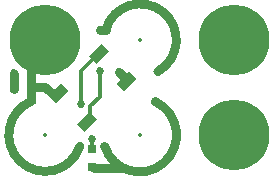
<source format=gtl>
%TF.GenerationSoftware,KiCad,Pcbnew,5.0.0-fee4fd1~66~ubuntu16.04.1*%
%TF.CreationDate,2018-09-24T21:54:23-07:00*%
%TF.ProjectId,2x3-LED-RGB-NeoPixel-SMT,3278332D4C45442D5247422D4E656F50,v1.1*%
%TF.SameCoordinates,Original*%
%TF.FileFunction,Copper,L1,Top,Signal*%
%TF.FilePolarity,Positive*%
%FSLAX46Y46*%
G04 Gerber Fmt 4.6, Leading zero omitted, Abs format (unit mm)*
G04 Created by KiCad (PCBNEW 5.0.0-fee4fd1~66~ubuntu16.04.1) date Mon Sep 24 21:54:23 2018*
%MOMM*%
%LPD*%
G01*
G04 APERTURE LIST*
%ADD10C,0.800000*%
%ADD11C,0.300000*%
%ADD12C,0.685800*%
%ADD13C,6.000000*%
%ADD14R,0.750000X0.800000*%
%ADD15C,0.889000*%
%ADD16C,0.350000*%
%ADD17R,0.800000X0.750000*%
%ADD18C,0.330200*%
%ADD19C,0.350000*%
G04 APERTURE END LIST*
D10*
X33316000Y-31341000D02*
X32616000Y-30641000D01*
X25216000Y-33041000D02*
X25216000Y-29341000D01*
X25259543Y-33097890D02*
G75*
G03X29316000Y-36941000I1131457J-2868110D01*
G01*
X30516000Y-38741000D02*
X32916000Y-38741000D01*
X35936807Y-30577543D02*
G75*
G03X31516000Y-27041000I-1495807J2661543D01*
G01*
D11*
X29416000Y-33341000D02*
X29416000Y-30541000D01*
X31016000Y-32741000D02*
X31016000Y-30541000D01*
D10*
X23716000Y-32041000D02*
X23716000Y-30841000D01*
X31016000Y-27041000D02*
X31516000Y-27041000D01*
D11*
X30216000Y-33541000D02*
X31016000Y-32741000D01*
X30216000Y-33541000D02*
X30216000Y-34441000D01*
X30316000Y-37241000D02*
X30316000Y-36341000D01*
D10*
X27216000Y-32641000D02*
X26416000Y-31941000D01*
X25216000Y-31941000D02*
X26316000Y-31941000D01*
X31425882Y-36937761D02*
G75*
G03X35716000Y-33141000I2965118J971761D01*
G01*
D11*
X30716000Y-29241000D02*
X29416000Y-30541000D01*
D12*
X32616000Y-30641000D03*
X31516000Y-38741000D03*
D13*
X42416000Y-27941000D03*
X42416000Y-35941000D03*
D12*
X23716000Y-30741000D03*
X31016000Y-27041000D03*
X31016000Y-30541000D03*
X30316000Y-36341000D03*
X29416000Y-33341000D03*
D14*
X30331584Y-37191046D03*
X30331584Y-38691046D03*
D15*
X30922776Y-29074358D03*
D16*
G36*
X31138302Y-28230214D02*
X31766920Y-28858832D01*
X30707250Y-29918502D01*
X30078632Y-29289884D01*
X31138302Y-28230214D01*
X31138302Y-28230214D01*
G37*
D15*
X33257642Y-31409224D03*
D16*
G36*
X33473168Y-30565080D02*
X34101786Y-31193698D01*
X33042116Y-32253368D01*
X32413498Y-31624750D01*
X33473168Y-30565080D01*
X33473168Y-30565080D01*
G37*
D15*
X29916000Y-34841000D03*
D16*
G36*
X30131526Y-33996856D02*
X30760144Y-34625474D01*
X29700474Y-35685144D01*
X29071856Y-35056526D01*
X30131526Y-33996856D01*
X30131526Y-33996856D01*
G37*
D15*
X27516000Y-32441000D03*
D16*
G36*
X27731526Y-31596856D02*
X28360144Y-32225474D01*
X27300474Y-33285144D01*
X26671856Y-32656526D01*
X27731526Y-31596856D01*
X27731526Y-31596856D01*
G37*
D17*
X23741000Y-31966000D03*
X25241000Y-31966000D03*
D13*
X26416000Y-27941000D03*
D18*
X32616000Y-30641000D03*
X31516000Y-38741000D03*
D19*
X42416000Y-27941000D03*
X42416000Y-35941000D03*
D18*
X23716000Y-30741000D03*
X31016000Y-27041000D03*
X31016000Y-30541000D03*
X30316000Y-36341000D03*
X29416000Y-33341000D03*
D19*
X34416000Y-27941000D03*
X26416000Y-35941000D03*
X26416000Y-27941000D03*
X34416000Y-35941000D03*
M02*

</source>
